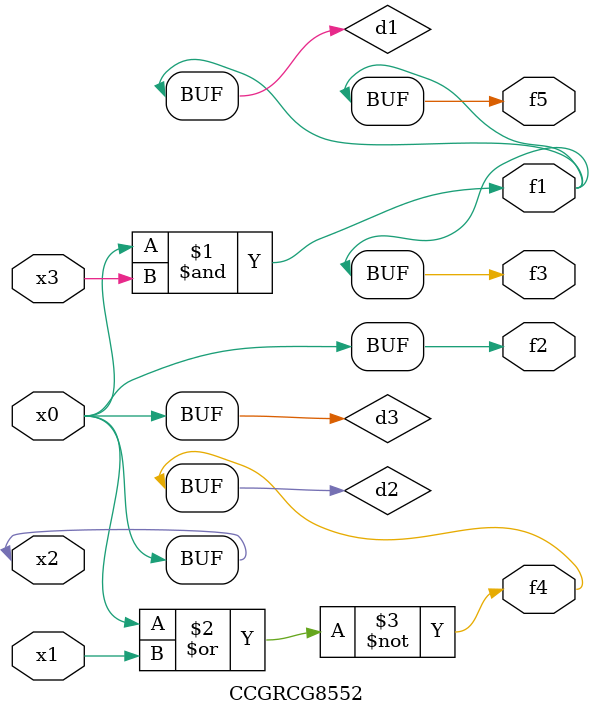
<source format=v>
module CCGRCG8552(
	input x0, x1, x2, x3,
	output f1, f2, f3, f4, f5
);

	wire d1, d2, d3;

	and (d1, x2, x3);
	nor (d2, x0, x1);
	buf (d3, x0, x2);
	assign f1 = d1;
	assign f2 = d3;
	assign f3 = d1;
	assign f4 = d2;
	assign f5 = d1;
endmodule

</source>
